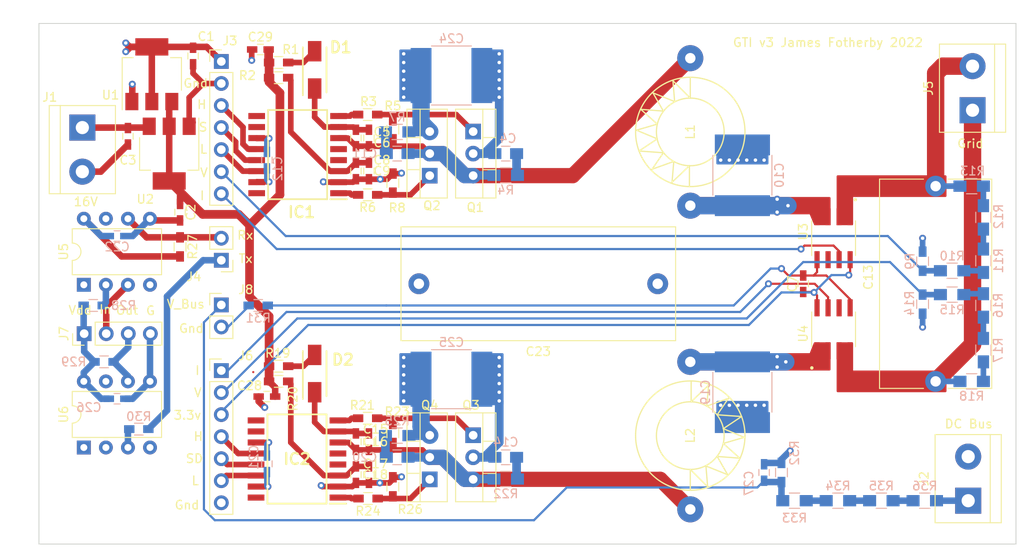
<source format=kicad_pcb>
(kicad_pcb (version 20211014) (generator pcbnew)
  (layers (0 "F.Cu" signal) (1 "In1.Cu" power "GND") (2 "In2.Cu" power "POWER") (31 "B.Cu" signal) (34 "B.Paste" user) (35 "F.Paste" user) (36 "B.SilkS" user "B.Silkscreen") (37 "F.SilkS" user "F.Silkscreen") (38 "B.Mask" user) (39 "F.Mask" user) (44 "Edge.Cuts" user))
  (net 0 "")
  (net 2 "Net-(IC1-Pad14)")
  (net 3 "Net-(IC1-Pad13)")
  (net 4 "Net-(IC1-Pad12)")
  (net 7 "Net-(IC1-Pad8)")
  (net 10 "Net-(IC1-Pad1)")
  (net 12 "Net-(IC2-Pad14)")
  (net 13 "Net-(IC2-Pad13)")
  (net 14 "Net-(IC2-Pad12)")
  (net 17 "Net-(IC2-Pad8)")
  (net 20 "Net-(IC2-Pad1)")
  (net 21 "Net-(Q1-Pad1)")
  (net 22 "Net-(Q2-Pad1)")
  (net 23 "Net-(Q3-Pad1)")
  (net 24 "Net-(Q4-Pad1)")
  (net 25 "Net-(D1-Pad2)")
  (net 26 "Net-(D2-Pad2)")
  (net 27 "VBUS")
  (net 28 "+3V3")
  (net 29 "GNDA")
  (net 30 "Net-(C5-Pad1)")
  (net 31 "GND")
  (net 32 "Net-(C10-Pad1)")
  (net 33 "Net-(C11-Pad2)")
  (net 34 "+12V")
  (net 35 "Net-(R10-Pad1)")
  (net 36 "/V_Sense_A")
  (net 37 "/I_Sense_A")
  (net 38 "/I_Sense_B")
  (net 39 "/V_Sense_B")
  (net 40 "Net-(R11-Pad1)")
  (net 41 "Net-(R12-Pad1)")
  (net 42 "Net-(R15-Pad1)")
  (net 43 "Net-(R16-Pad1)")
  (net 44 "Net-(R17-Pad1)")
  (net 45 "VCC")
  (net 46 "Net-(C4-Pad2)")
  (net 47 "Net-(C11-Pad1)")
  (net 48 "Net-(C8-Pad1)")
  (net 49 "Net-(C13-Pad2)")
  (net 50 "Net-(C13-Pad1)")
  (net 51 "Net-(C14-Pad2)")
  (net 52 "Net-(C15-Pad2)")
  (net 53 "Net-(C15-Pad1)")
  (net 54 "Net-(C17-Pad1)")
  (net 55 "Net-(C19-Pad1)")
  (net 56 "Net-(C20-Pad2)")
  (net 57 "/Ext_Vdd")
  (net 58 "/Ext_Gnd")
  (net 59 "/Tx")
  (net 60 "/Rx")
  (net 61 "/Ext_Tx")
  (net 62 "/Ext_Rx")
  (net 63 "Net-(R28-Pad1)")
  (net 64 "Net-(R30-Pad2)")
  (net 71 "/VBUS_Sense")
  (net 72 "Net-(R33-Pad1)")
  (net 73 "Net-(R34-Pad1)")
  (net 74 "Net-(R35-Pad1)")
  (footprint "ACS722LLCTR-05AB-T:SOIC127P600X175-8N" (layer "F.Cu") (at 191.5 84.75 -90)
    (fp_text reference "U3")
    (fp_text value "ACS722LLCTR-05AB-T")
  )
  (footprint "DGD2110S16-13:SOIC127P1032X264-16N" (layer "F.Cu") (at 129.786 75.115 180)
    (fp_text reference "IC1")
    (fp_text value "DGD2110S16-13" hide)
  )
  (footprint "TO_SOT_Packages_THT:TO-220-3_Vertical" (layer "F.Cu") (at 150 72.46 -90)
    (fp_text reference "Q1")
    (fp_text value "STF35N60DM2")
  )
  (footprint "TO_SOT_Packages_THT:TO-220-3_Vertical" (layer "F.Cu") (at 145 77.54 90)
    (fp_text reference "Q2")
    (fp_text value "STF35N60DM2")
  )
  (footprint "TO_SOT_Packages_THT:TO-220-3_Vertical" (layer "F.Cu") (at 150 107.46 -90)
    (fp_text reference "Q3")
    (fp_text value "STF35N60DM2")
  )
  (footprint "ES1J:DIOM5227X250N" (layer "F.Cu") (at 131.75 65.35 90)
    (fp_text reference "D1")
    (fp_text value "ES1J" hide)
  )
  (footprint "ES1J:DIOM5227X250N" (layer "F.Cu") (at 131.75 100.35 90)
    (fp_text reference "D2")
    (fp_text value "ES1J" hide)
  )
  (footprint "Capacitors_SMD:C_0603_HandSoldering" (layer "F.Cu") (at 136.5 73.2 -90)
    (fp_text reference "C5")
    (fp_text value "100nF")
  )
  (footprint "Capacitors_SMD:C_0603_HandSoldering" (layer "F.Cu") (at 138 73.2 -90)
    (fp_text reference "C6")
    (fp_text value "2.2uF")
  )
  (footprint "Capacitors_SMD:C_0603_HandSoldering" (layer "F.Cu") (at 188 90 90)
    (fp_text reference "C7")
    (fp_text value "100nF")
  )
  (footprint "Capacitors_SMD:C_0603_HandSoldering" (layer "F.Cu") (at 136.5 77 -90)
    (fp_text reference "C8")
    (fp_text value "100nF")
  )
  (footprint "Capacitors_SMD:C_0603_HandSoldering" (layer "F.Cu") (at 138 77 -90)
    (fp_text reference "C9")
    (fp_text value "2.2uF")
  )
  (footprint "Capacitors_ThroughHole:C_Rect_L24.0mm_W12.8mm_P22.50mm_MKT" (layer "F.Cu") (at 203.25 78.75 -90)
    (fp_text reference "C13")
    (fp_text value "2uF")
  )
  (footprint "Capacitors_SMD:C_0603_HandSoldering" (layer "F.Cu") (at 136.5 108.2 -90)
    (fp_text reference "C15")
    (fp_text value "100nF")
  )
  (footprint "Capacitors_SMD:C_0603_HandSoldering" (layer "F.Cu") (at 138 108.2 -90)
    (fp_text reference "C16")
    (fp_text value "2.2uF")
  )
  (footprint "Capacitors_SMD:C_0603_HandSoldering" (layer "F.Cu") (at 136.5 112 -90)
    (fp_text reference "C17")
    (fp_text value "100nF")
  )
  (footprint "Capacitors_SMD:C_0603_HandSoldering" (layer "F.Cu") (at 138 112 -90)
    (fp_text reference "C18")
    (fp_text value "2.2uF")
  )
  (footprint "Capacitors_ThroughHole:C_Rect_L31.5mm_W13.0mm_P27.50mm_MKS4" (layer "F.Cu") (at 171.25 90 180)
    (fp_text reference "C23")
    (fp_text value "10uF")
  )
  (footprint "Choke_Toroid_ThroughHole:Choke_Toroid_horizontal_Diameter12-5mm_Amidon-T44" (layer "F.Cu") (at 175 72.5 -90)
    (fp_text reference "L1")
    (fp_text value "L")
  )
  (footprint "Choke_Toroid_ThroughHole:Choke_Toroid_horizontal_Diameter12-5mm_Amidon-T44" (layer "F.Cu") (at 175 107.5 90)
    (fp_text reference "L2")
    (fp_text value "L")
  )
  (footprint "Resistors_SMD:R_0603_HandSoldering" (layer "F.Cu") (at 127.6 64.5 180)
    (fp_text reference "R1")
    (fp_text value "2.2R")
  )
  (footprint "Resistors_SMD:R_0603_HandSoldering" (layer "F.Cu") (at 127.6 66.25 180)
    (fp_text reference "R2")
    (fp_text value "2.2R")
  )
  (footprint "Resistors_SMD:R_0603_HandSoldering" (layer "F.Cu") (at 137.85 70.5 180)
    (fp_text reference "R3")
    (fp_text value "4.7R")
  )
  (footprint "Resistors_SMD:R_0603_HandSoldering" (layer "F.Cu") (at 140.75 72.25 -90)
    (fp_text reference "R5")
    (fp_text value "10K")
  )
  (footprint "Resistors_SMD:R_0603_HandSoldering" (layer "F.Cu") (at 137.85 79.75 180)
    (fp_text reference "R6")
    (fp_text value "4.7R")
  )
  (footprint "Resistors_SMD:R_0603_HandSoldering" (layer "F.Cu") (at 140.75 78.4 90)
    (fp_text reference "R8")
    (fp_text value "10K")
  )
  (footprint "Resistors_SMD:R_0603_HandSoldering" (layer "F.Cu") (at 127.6 99.5 180)
    (fp_text reference "R19")
    (fp_text value "2.2R")
  )
  (footprint "Resistors_SMD:R_0603_HandSoldering" (layer "F.Cu") (at 127.6 101.25 180)
    (fp_text reference "R20")
    (fp_text value "2.2R")
  )
  (footprint "Resistors_SMD:R_0603_HandSoldering" (layer "F.Cu") (at 137.85 105.5 180)
    (fp_text reference "R21")
    (fp_text value "4.7R")
  )
  (footprint "Resistors_SMD:R_0603_HandSoldering" (layer "F.Cu") (at 140.75 107.25 -90)
    (fp_text reference "R23")
    (fp_text value "10K")
  )
  (footprint "Resistors_SMD:R_0603_HandSoldering" (layer "F.Cu") (at 137.9 114.75 180)
    (fp_text reference "R24")
    (fp_text value "4.7R")
  )
  (footprint "Resistors_SMD:R_0603_HandSoldering" (layer "F.Cu") (at 140.75 113.4 90)
    (fp_text reference "R26")
    (fp_text value "10K")
  )
  (footprint "ACS722LLCTR-05AB-T:SOIC127P600X175-8N" (layer "F.Cu") (at 191.5 95.25 90)
    (fp_text reference "U4")
    (fp_text value "ACS722LLCTR-05AB-T")
  )
  (footprint "TO_SOT_Packages_THT:TO-220-3_Vertical" (layer "F.Cu") (at 145 112.54 90)
    (fp_text reference "Q4")
    (fp_text value "STF35N60DM2")
  )
  (footprint "DGD2110S16-13:SOIC127P1032X264-16N" (layer "F.Cu") (at 129.714 110.195 180)
    (fp_text reference "IC2")
    (fp_text value "DGD2110S16-13" hide)
  )
  (footprint "Socket_Strips:Socket_Strip_Straight_1x07_Pitch2.54mm" (layer "F.Cu") (at 121 64.38)
    (fp_text reference "J3")
    (fp_text value "Conn_01x07_Male")
  )
  (footprint "Socket_Strips:Socket_Strip_Straight_1x07_Pitch2.54mm" (layer "F.Cu") (at 121 100)
    (fp_text reference "J6")
    (fp_text value "Conn_01x07_Male")
  )
  (footprint "Capacitors_SMD:C_0603_HandSoldering" (layer "F.Cu") (at 116.25 81.75 -90)
    (fp_text reference "C2")
    (fp_text value "10uF")
  )
  (footprint "Capacitors_SMD:C_0603_HandSoldering" (layer "F.Cu") (at 110.25 73 -90)
    (fp_text reference "C3")
    (fp_text value "10uF")
  )
  (footprint "Terminal_Blocks:TerminalBlock_bornier-2_P5.08mm" (layer "F.Cu") (at 207 115 90)
    (fp_text reference "J2")
    (fp_text value "Screw_Terminal_01x02")
  )
  (footprint "Socket_Strips:Socket_Strip_Straight_1x02_Pitch2.54mm" (layer "F.Cu") (at 121 87.29 180)
    (fp_text reference "J4")
    (fp_text value "Conn_01x02_Male")
  )
  (footprint "Terminal_Blocks:TerminalBlock_bornier-2_P5.08mm" (layer "F.Cu") (at 207.5 70 90)
    (fp_text reference "J5")
    (fp_text value "Screw_Terminal_01x02")
  )
  (footprint "Socket_Strips:Socket_Strip_Straight_1x04_Pitch2.54mm" (layer "F.Cu") (at 105.21 95.75 90)
    (fp_text reference "J7")
    (fp_text value "Conn_01x04_Male")
  )
  (footprint "Resistors_SMD:R_0603_HandSoldering" (layer "F.Cu") (at 116.25 85.75 -90)
    (fp_text reference "R27")
    (fp_text value "470R")
  )
  (footprint "TO_SOT_Packages_SMD:SOT-223-3_TabPin2" (layer "F.Cu") (at 113 65.85 90)
    (fp_text reference "U1")
    (fp_text value "NCP1117-3.3_SOT223")
  )
  (footprint "TO_SOT_Packages_SMD:SOT-223-3_TabPin2" (layer "F.Cu") (at 115 75 -90)
    (fp_text reference "U2")
    (fp_text value "NCP1117-12_SOT223")
  )
  (footprint "Housings_DIP:DIP-8_W7.62mm" (layer "F.Cu") (at 105.17 108.87 90)
    (fp_text reference "U6")
    (fp_text value "6N137")
  )
  (footprint "Terminal_Blocks:TerminalBlock_bornier-2_P5.08mm" (layer "F.Cu") (at 105 72 -90)
    (fp_text reference "J1")
    (fp_text value "Screw_Terminal_01x02")
  )
  (footprint "Housings_DIP:DIP-8_W7.62mm" (layer "F.Cu") (at 105.17 90.12 90)
    (fp_text reference "U5")
    (fp_text value "6N137")
  )
  (footprint "Capacitors_SMD:C_0603_HandSoldering" (layer "F.Cu") (at 117.75 63.75 -90)
    (fp_text reference "C1")
    (fp_text value "10uF")
  )
  (footprint "Mounting_Holes:MountingHole_3.2mm_M3" (layer "F.Cu") (at 198 108)
    (fp_text reference "REF**" hide)
    (fp_text value "MountingHole_3.2mm_M3")
  )
  (footprint "Mounting_Holes:MountingHole_3.2mm_M3" (layer "F.Cu") (at 105 115)
    (fp_text reference "REF**" hide)
    (fp_text value "MountingHole_3.2mm_M3")
  )
  (footprint "Socket_Strips:Socket_Strip_Straight_1x02_Pitch2.54mm" (layer "F.Cu") (at 121 92.44)
    (fp_text reference "J8")
    (fp_text value "Conn_01x02_Male")
  )
  (footprint "Capacitors_SMD:C_0603_HandSoldering" (layer "F.Cu") (at 126.25 103 180)
    (fp_text reference "C28")
    (fp_text value "100nF")
  )
  (footprint "Capacitors_SMD:C_0603_HandSoldering" (layer "F.Cu") (at 125.5 63 180)
    (fp_text reference "C29")
    (fp_text value "100nF")
  )
  (footprint "Mounting_Holes:MountingHole_3.2mm_M3" (layer "F.Cu") (at 198 72)
    (fp_text reference "REF**" hide)
    (fp_text value "MountingHole_3.2mm_M3")
  )
  (footprint "Mounting_Holes:MountingHole_3.2mm_M3" (layer "F.Cu") (at 105 65)
    (fp_text reference "REF**" hide)
    (fp_text value "MountingHole_3.2mm_M3")
  )
  (footprint "Capacitors_SMD:C_0805_HandSoldering" (layer "B.Cu") (at 153.75 75)
    (fp_text reference "C4")
    (fp_text value "22pF")
  )
  (footprint "Capacitors_SMD:C_0805_HandSoldering" (layer "B.Cu") (at 141.25 75 180)
    (fp_text reference "C11")
    (fp_text value "22pF")
  )
  (footprint "Capacitors_SMD:C_0603_HandSoldering" (layer "B.Cu") (at 126.25 75.75 -90)
    (fp_text reference "C12")
    (fp_text value "100nF")
  )
  (footprint "Capacitors_SMD:C_0805_HandSoldering" (layer "B.Cu") (at 153.75 110)
    (fp_text reference "C14")
    (fp_text value "22pF")
  )
  (footprint "Capacitors_SMD:C_2225_HandSoldering" (layer "B.Cu") (at 181 102.5 -90)
    (fp_text reference "C19")
    (fp_text value "C")
  )
  (footprint "Capacitors_SMD:C_0805_HandSoldering" (layer "B.Cu") (at 141.25 110 180)
    (fp_text reference "C20")
    (fp_text value "22pF")
  )
  (footprint "Capacitors_SMD:C_0603_HandSoldering" (layer "B.Cu") (at 126.25 110.75 -90)
    (fp_text reference "C21")
    (fp_text value "100nF")
  )
  (footprint "Capacitors_SMD:C_2225_HandSoldering" (layer "B.Cu") (at 147.5 66 180)
    (fp_text reference "C24")
    (fp_text value "0.47uF")
  )
  (footprint "Capacitors_SMD:C_2225_HandSoldering" (layer "B.Cu") (at 147.5 101 180)
    (fp_text reference "C25")
    (fp_text value "0.47uF")
  )
  (footprint "Resistors_SMD:R_0805_HandSoldering" (layer "B.Cu") (at 153.75 77.5)
    (fp_text reference "R4")
    (fp_text value "15R")
  )
  (footprint "Resistors_SMD:R_0805_HandSoldering" (layer "B.Cu") (at 141.25 72.5 180)
    (fp_text reference "R7")
    (fp_text value "15R")
  )
  (footprint "Resistors_SMD:R_0603_HandSoldering" (layer "B.Cu") (at 201.75 87.4 -90)
    (fp_text reference "R9")
    (fp_text value "2.2K")
  )
  (footprint "Resistors_SMD:R_0603_HandSoldering" (layer "B.Cu") (at 201.75 92.35 90)
    (fp_text reference "R14")
    (fp_text value "2.2K")
  )
  (footprint "Resistors_SMD:R_0805_HandSoldering" (layer "B.Cu") (at 153.75 112.5)
    (fp_text reference "R22")
    (fp_text value "15R")
  )
  (footprint "Resistors_SMD:R_0805_HandSoldering" (layer "B.Cu") (at 141.25 107.5 180)
    (fp_text reference "R25")
    (fp_text value "15R")
  )
  (footprint "Capacitors_SMD:C_2225_HandSoldering" (layer "B.Cu") (at 181 77.5 90)
    (fp_text reference "C10")
    (fp_text value "C")
  )
  (footprint "Resistors_SMD:R_0805_HandSoldering" (layer "B.Cu") (at 205.15 88.5 180)
    (fp_text reference "R10")
    (fp_text value "100K")
  )
  (footprint "Resistors_SMD:R_0805_HandSoldering" (layer "B.Cu") (at 208.75 87.35 -90)
    (fp_text reference "R11")
    (fp_text value "100K")
  )
  (footprint "Resistors_SMD:R_0805_HandSoldering" (layer "B.Cu") (at 207.4 78.75)
    (fp_text reference "R13")
    (fp_text value "100K")
  )
  (footprint "Resistors_SMD:R_0805_HandSoldering" (layer "B.Cu") (at 205.15 91.25 180)
    (fp_text reference "R15")
    (fp_text value "100K")
  )
  (footprint "Resistors_SMD:R_0805_HandSoldering" (layer "B.Cu") (at 208.75 92.5 90)
    (fp_text reference "R16")
    (fp_text value "100K")
  )
  (footprint "Resistors_SMD:R_0805_HandSoldering" (layer "B.Cu") (at 208.75 97.65 90)
    (fp_text reference "R17")
    (fp_text value "100K")
  )
  (footprint "Resistors_SMD:R_0805_HandSoldering" (layer "B.Cu") (at 207.4 101.25)
    (fp_text reference "R18")
    (fp_text value "100K")
  )
  (footprint "Capacitors_SMD:C_0603_HandSoldering" (layer "B.Cu") (at 109 84.5)
    (fp_text reference "C22")
    (fp_text value "100nF")
  )
  (footprint "Capacitors_SMD:C_0603_HandSoldering" (layer "B.Cu") (at 109 103.25)
    (fp_text reference "C26")
    (fp_text value "100nF")
  )
  (footprint "Resistors_SMD:R_0603_HandSoldering" (layer "B.Cu") (at 106.25 92.5 180)
    (fp_text reference "R28")
    (fp_text value "330R")
  )
  (footprint "Resistors_SMD:R_0603_HandSoldering" (layer "B.Cu") (at 107.5 99 180)
    (fp_text reference "R29")
    (fp_text value "470R")
  )
  (footprint "Resistors_SMD:R_0603_HandSoldering" (layer "B.Cu") (at 111.5 106.75 180)
    (fp_text reference "R30")
    (fp_text value "330R")
  )
  (footprint "Resistors_SMD:R_0805_HandSoldering" (layer "B.Cu") (at 208.75 82.35 -90)
    (fp_text reference "R12")
    (fp_text value "100K")
  )
  (footprint "Capacitors_SMD:C_0603_HandSoldering" (layer "B.Cu") (at 183.5 111.75 90)
    (fp_text reference "C27")
    (fp_text value "10nF")
  )
  (footprint "Resistors_SMD:R_0603_HandSoldering" (layer "B.Cu") (at 185.5 111.75 -90)
    (fp_text reference "R32")
    (fp_text value "2.2K")
  )
  (footprint "Resistors_SMD:R_0805_HandSoldering" (layer "B.Cu") (at 187 115 180)
    (fp_text reference "R33")
    (fp_text value "100K")
  )
  (footprint "Resistors_SMD:R_0805_HandSoldering" (layer "B.Cu") (at 192 115 180)
    (fp_text reference "R34")
    (fp_text value "100K")
  )
  (footprint "Resistors_SMD:R_0805_HandSoldering" (layer "B.Cu") (at 197 115 180)
    (fp_text reference "R35")
    (fp_text value "100K")
  )
  (footprint "Resistors_SMD:R_0805_HandSoldering" (layer "B.Cu") (at 202 115 180)
    (fp_text reference "R36")
    (fp_text value "100K")
  )
  (footprint "Resistors_SMD:R_0603_HandSoldering" (layer "B.Cu") (at 125.25 92.5)
    (fp_text reference "R31")
    (fp_text value "0R")
  )
  (gr_line (start 100 60) (end 212.5 60) (layer "Edge.Cuts") (width 0.1))
  (gr_line (start 100 120) (end 100 60) (layer "Edge.Cuts") (width 0.1))
  (gr_line (start 212.5 60) (end 212.5 120) (layer "Edge.Cuts") (width 0.1))
  (gr_line (start 212.5 120) (end 100 120) (layer "Edge.Cuts") (width 0.1))
  (gr_text "L" (at 118.95 74.5) (layer "F.SilkS") (effects (font (size 1 1))))
  (gr_text "Out" (at 110.15 93.05) (layer "F.SilkS") (effects (font (size 1 1))))
  (gr_text "I" (at 118.8 79.85) (layer "F.SilkS") (effects (font (size 1 1))))
  (gr_text "S" (at 118.9 71.95) (layer "F.SilkS") (effects (font (size 1 1))))
  (gr_text "Tx" (at 123.8 87.1) (layer "F.SilkS") (effects (font (size 1 1))))
  (gr_text "G" (at 112.85 93.1) (layer "F.SilkS") (effects (font (size 1 1))))
  (gr_text "V" (at 119 77.2) (layer "F.SilkS") (effects (font (size 1 1))))
  (gr_text "In" (at 107.65 92.95) (layer "F.SilkS") (effects (font (size 1 1))))
  (gr_text "Grid" (at 207.25 73.85) (layer "F.SilkS") (effects (font (size 1 1))))
  (gr_text "Gnd" (at 117.05 115.5) (layer "F.SilkS") (effects (font (size 1 1))))
  (gr_text "DC Bus" (at 207.05 106.15) (layer "F.SilkS") (effects (font (size 1 1))))
  (gr_text "Gnd" (at 117.55 95.15) (layer "F.SilkS") (effects (font (size 1 1))))
  (gr_text "GTI v3 James Fotherby 2022" (at 190.85 62.2) (layer "F.SilkS") (effects (font (size 1 1))))
  (gr_text "16V" (at 105.4 80.55) (layer "F.SilkS") (effects (font (size 1 1))))
  (gr_text "Gnd" (at 118.05 66.9) (layer "F.SilkS") (effects (font (size 1 1))))
  (gr_text "H" (at 118.75 69.35) (layer "F.SilkS") (effects (font (size 1 1))))
  (gr_text "H" (at 118.35 107.6) (layer "F.SilkS") (effects (font (size 1 1))))
  (gr_text "I" (at 118.25 100) (layer "F.SilkS") (effects (font (size 1 1))))
  (gr_text "Rx" (at 123.75 84.4) (layer "F.SilkS") (effects (font (size 1 1))))
  (gr_text "L" (at 118 112.7) (layer "F.SilkS") (effects (font (size 1 1))))
  (gr_text "SD" (at 117.9 110.15) (layer "F.SilkS") (effects (font (size 1 1))))
  (gr_text "3.3v" (at 117.1 105.15) (layer "F.SilkS") (effects (font (size 1 1))))
  (gr_text "Vdd" (at 104.75 93.05) (layer "F.SilkS") (effects (font (size 1 1))))
  (gr_text "V" (at 118.3 102.55) (layer "F.SilkS") (effects (font (size 1 1))))
  (gr_text "V_Bus" (at 116.9 92.35) (layer "F.SilkS") (effects (font (size 1 1))))
  (segment (start 125.072 77.02) (end 123.48 77.02) (width 0.65) (layer "F.Cu") (net 2))
  (segment (start 123.48 77.02) (end 121 74.54) (width 0.65) (layer "F.Cu") (net 2))
  (segment (start 123.75 75.75) (end 122.64999 74.64999) (width 0.65) (layer "F.Cu") (net 3))
  (segment (start 125.072 75.75) (end 123.75 75.75) (width 0.65) (layer "F.Cu") (net 3))
  (segment (start 122.64999 73.64999) (end 121 72) (width 0.65) (layer "F.Cu") (net 3))
  (segment (start 122.64999 74.64999) (end 122.64999 73.64999) (width 0.65) (layer "F.Cu") (net 3))
  (segment (start 125.072 74.48) (end 124.085998 74.48) (width 0.65) (layer "F.Cu") (net 4))
  (segment (start 124.445998 74.48) (end 125.072 74.48) (width 0.25) (layer "F.Cu") (net 4))
  (segment (start 123.5 71.96) (end 121 69.46) (width 0.65) (layer "F.Cu") (net 4))
  (segment (start 124.085998 74.48) (end 123.5 73.894002) (width 0.65) (layer "F.Cu") (net 4))
  (segment (start 123.5 73.894002) (end 123.5 71.96) (width 0.65) (layer "F.Cu") (net 4))
  (segment (start 134.5 70.67) (end 135.83 70.67) (width 0.65) (layer "F.Cu") (net 7))
  (segment (start 135.83 70.67) (end 136 70.5) (width 0.65) (layer "F.Cu") (net 7))
  (segment (start 136 70.5) (end 136.75 70.5) (width 0.65) (layer "F.Cu") (net 7))
  (segment (start 134.5 79.56) (end 135.81 79.56) (width 0.65) (layer "F.Cu") (net 10))
  (segment (start 136 79.75) (end 136.75 79.75) (width 0.65) (layer "F.Cu") (net 10))
  (segment (start 135.81 79.56) (end 136 79.75) (width 0.65) (layer "F.Cu") (net 10))
  (segment (start 121.6 112.1) (end 121 112.7) (width 0.65) (layer "F.Cu") (net 12))
  (segment (start 125 112.1) (end 121.6 112.1) (width 0.65) (layer "F.Cu") (net 12))
  (segment (start 125 110.83) (end 121.67 110.83) (width 0.65) (layer "F.Cu") (net 13))
  (segment (start 121.67 110.83) (end 121 110.16) (width 0.65) (layer "F.Cu") (net 13))
  (segment (start 125 109.56) (end 122.94 109.56) (width 0.65) (layer "F.Cu") (net 14))
  (segment (start 122.94 109.56) (end 121 107.62) (width 0.65) (layer "F.Cu") (net 14))
  (segment (start 135.75 105.75) (end 136 105.5) (width 0.65) (layer "F.Cu") (net 17))
  (segment (start 136 105.5) (end 136.75 105.5) (width 0.65) (layer "F.Cu") (net 17))
  (segment (start 134.428 105.75) (end 135.75 105.75) (width 0.65) (layer "F.Cu") (net 17))
  (segment (start 135.89 114.64) (end 136 114.75) (width 0.65) (layer "F.Cu") (net 20))
  (segment (start 134.428 114.64) (end 135.89 114.64) (width 0.65) (layer "F.Cu") (net 20))
  (segment (start 136 114.75) (end 136.8 114.75) (width 0.65) (layer "F.Cu") (net 20))
  (segment (start 138.95 70.5) (end 140.5 70.5) (width 0.65) (layer "F.Cu") (net 21))
  (segment (start 148.04 70.5) (end 150 72.46) (width 0.65) (layer "F.Cu") (net 21))
  (segment (start 140.75 70.75) (end 140.5 70.5) (width 0.65) (layer "F.Cu") (net 21))
  (segment (start 140.75 71.15) (end 140.75 70.75) (width 0.65) (layer "F.Cu") (net 21))
  (segment (start 140.5 70.5) (end 148.04 70.5) (width 0.65) (layer "F.Cu") (net 21))
  (segment (start 138.95 79.75) (end 142.79 79.75) (width 0.65) (layer "F.Cu") (net 22))
  (segment (start 142.79 79.75) (end 145 77.54) (width 0.65) (layer "F.Cu") (net 22))
  (segment (start 140.75 106.15) (end 140.75 105.5) (width 0.65) (layer "F.Cu") (net 23))
  (segment (start 150 107.46) (end 148.04 105.5) (width 0.65) (layer "F.Cu") (net 23))
  (segment (start 138.95 105.5) (end 140.75 105.5) (width 0.65) (layer "F.Cu") (net 23))
  (segment (start 148.04 105.5) (end 140.75 105.5) (width 0.65) (layer "F.Cu") (net 23))
  (segment (start 142.79 114.75) (end 145 112.54) (width 0.65) (layer "F.Cu") (net 24))
  (segment (start 140.75 114.75) (end 142.79 114.75) (width 0.65) (layer "F.Cu") (net 24))
  (segment (start 139 114.75) (end 140.75 114.75) (width 0.65) (layer "F.Cu") (net 24))
  (segment (start 128.7 64.5) (end 130.45 64.5) (width 0.65) (layer "F.Cu") (net 25))
  (segment (start 130.45 64.5) (end 131.75 63.2) (width 0.65) (layer "F.Cu") (net 25))
  (segment (start 130.45 99.5) (end 131.75 98.2) (width 0.65) (layer "F.Cu") (net 26))
  (segment (start 128.7 99.5) (end 130.45 99.5) (width 0.65) (layer "F.Cu") (net 26))
  (via (at 153 67.5) (size 0.8) (drill 0.4) (layers "F.Cu" "B.Cu") (net 27))
  (via (at 153 99.5) (size 0.8) (drill 0.4) (layers "F.Cu" "B.Cu") (net 27))
  (via (at 153 101.5) (size 0.8) (drill 0.4) (layers "F.Cu" "B.Cu") (net 27))
  (via (at 153 103.5) (size 0.8) (drill 0.4) (layers "F.Cu" "B.Cu") (net 27))
  (via (at 153 64.5) (size 0.8) (drill 0.4) (layers "F.Cu" "B.Cu") (net 27))
  (via (at 153 68.5) (size 0.8) (drill 0.4) (layers "F.Cu" "B.Cu") (net 27))
  (via (at 153 98.5) (size 0.8) (drill 0.4) (layers "F.Cu" "B.Cu") (net 27))
  (via (at 153 65.5) (size 0.8) (drill 0.4) (layers "F.Cu" "B.Cu") (net 27))
  (via (at 153 102.5) (size 0.8) (drill 0.4) (layers "F.Cu" "B.Cu") (net 27))
  (via (at 153 100.5) (size 0.8) (drill 0.4) (layers "F.Cu" "B.Cu") (net 27))
  (via (at 153 66.5) (size 0.8) (drill 0.4) (layers "F.Cu" "B.Cu") (net 27))
  (via (at 153 63.5) (size 0.8) (drill 0.4) (layers "F.Cu" "B.Cu") (net 27))
  (segment (start 153 108.272792) (end 153 103.5) (width 1) (layer "B.Cu") (net 27))
  (segment (start 150 75) (end 151.272792 75) (width 1) (layer "B.Cu") (net 27))
  (segment (start 207 115) (end 203.35 115) (width 0.75) (layer "B.Cu") (net 27))
  (segment (start 151.272792 75) (end 153 73.272792) (width 1) (layer "B.Cu") (net 27))
  (segment (start 150 110) (end 152.5 110) (width 1) (layer "B.Cu") (net 27))
  (segment (start 150 110) (end 151.272792 110) (width 1) (layer "B.Cu") (net 27))
  (segment (start 152.5 75) (end 150 75) (width 1) (layer "B.Cu") (net 27))
  (segment (start 153 73.272792) (end 153 68.5) (width 1) (layer "B.Cu") (net 27))
  (segment (start 151.272792 110) (end 153 108.272792) (width 1) (layer "B.Cu") (net 27))
  (segment (start 189.25 91) (end 189.2 90.95) (width 0.25) (layer "F.Cu") (net 28))
  (segment (start 188 90.95) (end 187.7 90.95) (width 0.25) (layer "F.Cu") (net 28))
  (segment (start 110.55 62.7) (end 110 63.25) (width 0.75) (layer "F.Cu") (net 28))
  (segment (start 113 62.7) (end 119.32 62.7) (width 0.75) (layer "F.Cu") (net 28))
  (segment (start 189.2 90.95) (end 188 90.95) (width 0.25) (layer "F.Cu") (net 28))
  (segment (start 124.445998 73.21) (end 125.072 73.21) (width 0.25) (layer "F.Cu") (net 28))
  (segment (start 110.45 62.7) (end 110 62.25) (width 0.75) (layer "F.Cu") (net 28))
  (segment (start 189.595 91.345) (end 189.25 91) (width 0.25) (layer "F.Cu") (net 28))
  (segment (start 126.5 73.25) (end 125.112 73.25) (width 0.65) (layer "F.Cu") (net 28))
  (segment (start 113 62.7) (end 110.45 62.7) (width 0.75) (layer "F.Cu") (net 28))
  (segment (start 119.32 62.7) (end 121 64.38) (width 0.75) (layer "F.Cu") (net 28))
  (segment (start 193.405 87.225) (end 193.405 88.845) (width 0.25) (layer "F.Cu") (net 28))
  (segment (start 125.000012 108.289988) (end 125.894327 108.289988) (width 0.65) (layer "F.Cu") (net 28))
  (segment (start 113 69) (end 113 62.7) (width 0.75) (layer "F.Cu") (net 28))
  (segment (start 113 62.7) (end 110.55 62.7) (width 0.75) (layer "F.Cu") (net 28))
  (segment (start 116.25 86.85) (end 109.52 86.85) (width 0.75) (layer "F.Cu") (net 28))
  (segment (start 109.52 86.85) (end 105.17 82.5) (width 0.75) (layer "F.Cu") (net 28))
  (segment (start 125.894327 108.289988) (end 126.460012 108.289988) (width 0.65) (layer "F.Cu") (net 28))
  (segment (start 193.405 88.845) (end 193.25 89) (width 0.25) (layer "F.Cu") (net 28))
  (segment (start 189.595 92.775) (end 189.595 91.345) (width 0.25) (layer "F.Cu") (net 28))
  (segment (start 125.112 73.25) (end 125.072 73.21) (width 0.65) (layer "F.Cu") (net 28))
  (segment (start 112.7 63) (end 113 62.7) (width 0.75) (layer "F.Cu") (net 28))
  (segment (start 125 108.29) (end 125.000012 108.289988) (width 0.65) (layer "F.Cu") (net 28))
  (via (at 126.5 73.25) (size 0.8) (drill 0.4) (layers "F.Cu" "B.Cu") (net 28))
  (via (at 110 63.25) (size 0.8) (drill 0.4) (layers "F.Cu" "B.Cu") (net 28))
  (via (at 193.25 89) (size 0.8) (drill 0.4) (layers "F.Cu" "B.Cu") (net 28))
  (via (at 189.25 91) (size 0.8) (drill 0.4) (layers "F.Cu" "B.Cu") (net 28))
  (via (at 126.460012 108.289988) (size 0.8) (drill 0.4) (layers "F.Cu" "B.Cu") (net 28))
  (via (at 110 62.25) (size 0.8) (drill 0.4) (layers "F.Cu" "B.Cu") (net 28))
  (segment (start 189.25 91) (end 185.5 91) (width 0.25) (layer "B.Cu") (net 28))
  (segment (start 185.5 91) (end 181.75 94.75) (width 0.25) (layer "B.Cu") (net 28))
  (segment (start 126.25 74.8) (end 126.25 73.5) (width 0.65) (layer "B.Cu") (net 28))
  (segment (start 131 94.75) (end 121 104.75) (width 0.25) (layer "B.Cu") (net 28))
  (segment (start 108.05 84.5) (end 107.17 84.5) (width 0.75) (layer "B.Cu") (net 28))
  (segment (start 126.25 73.5) (end 126.5 73.25) (width 0.65) (layer "B.Cu") (net 28))
  (segment (start 181.75 94.75) (end 131 94.75) (width 0.25) (layer "B.Cu") (net 28))
  (segment (start 191.25 89) (end 189.25 91) (width 0.25) (layer "B.Cu") (net 28))
  (segment (start 193.25 89) (end 191.25 89) (width 0.25) (layer "B.Cu") (net 28))
  (segment (start 121 104.75) (end 121 105.08) (width 0.25) (layer "B.Cu") (net 28))
  (segment (start 107.17 84.5) (end 105.17 82.5) (width 0.75) (layer "B.Cu") (net 28))
  (segment (start 126.25 109.8) (end 126.25 108.5) (width 0.65) (layer "B.Cu") (net 28))
  (segment (start 126.25 108.5) (end 126.460012 108.289988) (width 0.65) (layer "B.Cu") (net 28))
  (segment (start 186.3 89.05) (end 185.5 88.25) (width 0.25) (layer "F.Cu") (net 29))
  (segment (start 189.595 88.655) (end 189.595 87.225) (width 0.25) (layer "F.Cu") (net 29))
  (segment (start 124.68 100.18) (end 124.680004 100.180004) (width 0.25) (layer "F.Cu") (net 29))
  (segment (start 193.405 91.79) (end 193.405 92.775) (width 0.25) (layer "F.Cu") (net 29))
  (segment (start 189.2 89.05) (end 189.595 88.655) (width 0.25) (layer "F.Cu") (net 29))
  (segment (start 189.2 89.05) (end 190.665 89.05) (width 0.25) (layer "F.Cu") (net 29))
  (segment (start 188 89.05) (end 189.2 89.05) (width 0.25) (layer "F.Cu") (net 29))
  (segment (start 188 89.05) (end 186.3 89.05) (width 0.25) (layer "F.Cu") (net 29))
  (segment (start 190.665 89.05) (end 193.405 91.79) (width 0.25) (layer "F.Cu") (net 29))
  (via (at 185.5 88.25) (size 0.8) (drill 0.4) (layers "F.Cu" "B.Cu") (net 29))
  (segment (start 185.5 88.25) (end 184.25 88.25) (width 0.25) (layer "B.Cu") (net 29))
  (segment (start 180 92.5) (end 140 92.5) (width 0.25) (layer "B.Cu") (net 29))
  (segment (start 140 92.5) (end 126.35 92.5) (width 0.25) (layer "B.Cu") (net 29))
  (segment (start 184.25 88.25) (end 180 92.5) (width 0.25) (layer "B.Cu") (net 29))
  (segment (start 131.75 67.5) (end 131.75 70.801) (width 0.65) (layer "F.Cu") (net 30))
  (segment (start 136.19 71.94) (end 136.5 72.25) (width 0.65) (layer "F.Cu") (net 30))
  (segment (start 134.5 71.94) (end 136.19 71.94) (width 0.65) (layer "F.Cu") (net 30))
  (segment (start 138 72.25) (end 136.5 72.25) (width 0.65) (layer "F.Cu") (net 30))
  (segment (start 131.75 70.801) (end 132.889 71.94) (width 0.65) (layer "F.Cu") (net 30))
  (segment (start 132.889 71.94) (end 134.5 71.94) (width 0.65) (layer "F.Cu") (net 30))
  (segment (start 139.05 112.95) (end 140.35 112.95) (width 0.65) (layer "F.Cu") (net 31))
  (segment (start 139.3 77.95) (end 140.1 77.95) (width 0.65) (layer "F.Cu") (net 31))
  (segment (start 132.62 113.37) (end 132.5 113.25) (width 0.65) (layer "F.Cu") (net 31))
  (segment (start 136.08 113.37) (end 136.5 112.95) (width 0.65) (layer "F.Cu") (net 31))
  (segment (start 141.7 112.3) (end 141.75 112.25) (width 0.65) (layer "F.Cu") (net 31))
  (segment (start 138 112.95) (end 139.05 112.95) (width 0.65) (layer "F.Cu") (net 31))
  (segment (start 132.79 78.29) (end 132.75 78.25) (width 0.65) (layer "F.Cu") (net 31))
  (segment (start 117.75 65.75) (end 117.75 64.7) (width 0.65) (layer "F.Cu") (net 31))
  (segment (start 125 113.37) (end 126.370036 113.37) (width 0.65) (layer "F.Cu") (net 31))
  (segment (start 140.1 77.95) (end 140.75 77.3) (width 0.65) (layer "F.Cu") (net 31))
  (segment (start 116.25 82.7) (end 112.99 82.7) (width 0.75) (layer "F.Cu") (net 31))
  (segment (start 140.35 112.95) (end 140.75 112.55) (width 0.65) (layer "F.Cu") (net 31))
  (segment (start 125.3 103.55) (end 126 104.25) (width 0.75) (layer "F.Cu") (net 31))
  (segment (start 125.112 78.25) (end 125.072 78.29) (width 0.65) (layer "F.Cu") (net 31))
  (segment (start 110.75 68.95) (end 110.7 69) (width 0.75) (layer "F.Cu") (net 31))
  (segment (start 136.5 77.95) (end 138 77.95) (width 0.65) (layer "F.Cu") (net 31))
  (segment (start 110.75 67) (end 110.75 68.95) (width 0.75) (layer "F.Cu") (net 31))
  (segment (start 118.92 66.92) (end 117.75 65.75) (width 0.65) (layer "F.Cu") (net 31))
  (segment (start 134.5 78.29) (end 136.16 78.29) (width 0.65) (layer "F.Cu") (net 31))
  (segment (start 136.16 78.29) (end 136.5 77.95) (width 0.65) (layer "F.Cu") (net 31))
  (segment (start 121 66.92) (end 118.92 66.92) (width 0.65) (layer "F.Cu") (net 31))
  (segment (start 124.5 64.25) (end 124.5 62.9912) (width 0.65) (layer "F.Cu") (net 31))
  (segment (start 105 77.08) (end 107.12 77.08) (width 0.75) (layer "F.Cu") (net 31))
  (segment (start 125.3 103) (end 125.3 103.55) (width 0.75) (layer "F.Cu") (net 31))
  (segment (start 112.99 82.7) (end 112.79 82.5) (width 0.75) (layer "F.Cu") (net 31))
  (segment (start 134.428 113.37) (end 132.62 113.37) (width 0.65) (layer "F.Cu") (net 31))
  (segment (start 134.5 78.29) (end 132.79 78.29) (width 0.65) (layer "F.Cu") (net 31))
  (segment (start 117.3 68.54) (end 118.92 66.92) (width 0.65) (layer "F.Cu") (net 31))
  (segment (start 140.75 112.3) (end 141.7 112.3) (width 0.65) (layer "F.Cu") (net 31))
  (segment (start 141.7 77.3) (end 141.75 77.25) (width 0.65) (layer "F.Cu") (net 31))
  (segment (start 126.5 78.25) (end 125.112 78.25) (width 0.65) (layer "F.Cu") (net 31))
  (segment (start 134.428 113.37) (end 136.08 113.37) (width 0.65) (layer "F.Cu") (net 31))
  (segment (start 107.12 77.08) (end 110.25 73.95) (width 0.75) (layer "F.Cu") (net 31))
  (segment (start 136.5 112.95) (end 138 112.95) (width 0.65) (layer "F.Cu") (net 31))
  (segment (start 117.75 71.4) (end 117.3 71.85) (width 0.65) (layer "F.Cu") (net 31))
  (segment (start 117.3 71.85) (end 117.3 68.54) (width 0.65) (layer "F.Cu") (net 31))
  (segment (start 138 77.95) (end 139.3 77.95) (width 0.65) (layer "F.Cu") (net 31))
  (segment (start 140.75 77.3) (end 141.7 77.3) (width 0.65) (layer "F.Cu") (net 31))
  (via (at 132.75 78.25) (size 0.8) (drill 0.4) (layers "F.Cu" "B.Cu") (net 31))
  (via (at 179.5 75.75) (size 0.8) (drill 0.4) (layers "F.Cu" "B.Cu") (net 31))
  (via (at 201.75 84.75) (size 0.8) (drill 0.4) (layers "F.Cu" "B.Cu") (net 31))
  (via (at 141.75 77.25) (size 0.8) (drill 0.4) (layers "F.Cu" "B.Cu") (net 31))
  (via (at 142 68.5) (size 0.8) (drill 0.4) (layers "F.Cu" "B.Cu") (net 31))
  (via (at 201.75 95) (size 0.8) (drill 0.4) (layers "F.Cu" "B.Cu") (net 31))
  (via (at 124.5 64.25) (size 0.8) (drill 0.4) (layers "F.Cu" "B.Cu") (net 31))
  (via (at 126.5 78.25) (size 0.8) (drill 0.4) (layers "F.Cu" "B.Cu") (net 31))
  (via (at 126 104.25) (size 0.8) (drill 0.4) (layers "F.Cu" "B.Cu") (net 31))
  (via (at 142 66.5) (size 0.8) (drill 0.4) (layers "F.Cu" "B.Cu") (net 31))
  (via (at 142 63.5) (size 0.8) (drill 0.4) (layers "F.Cu" "B.Cu") (net 31))
  (via (at 178.5 75.75) (size 0.8) (drill 0.4) (layers "F.Cu" "B.Cu") (net 31))
  (via (at 182.5 104) (size 0.8) (drill 0.4) (layers "F.Cu" "B.Cu") (net 31))
  (via (at 142 99.5) (size 0.8) (drill 0.4) (layers "F.Cu" "B.Cu") (net 31))
  (via (at 178.5 104) (size 0.8) (drill 0.4) (layers "F.Cu" "B.Cu") (net 31))
  (via (at 186.5 109.25) (size 0.8) (drill 0.4) (layers "F.Cu" "B.Cu") (net 31))
  (via (at 142 67.5) (size 0.8) (drill 0.4) (layers "F.Cu" "B.Cu") (net 31))
  (via (at 180.5 75.75) (size 0.8) (drill 0.4) (layers "F.Cu" "B.Cu") (net 31))
  (via (at 142 103.5) (size 0.8) (drill 0.4) (layers "F.Cu" "B.Cu") (net 31))
  (via (at 142 64.5) (size 0.8) (drill 0.4) (layers "F.Cu" "B.Cu") (net 31))
  (via (at 142 98.5) (size 0.8) (drill 0.4) (layers "F.Cu" "B.Cu") (net 31))
  (via (at 180.5 104) (size 0.8) (drill 0.4) (layers "F.Cu" "B.Cu") (net 31))
  (via (at 181.5 75.75) (size 0.8) (drill 0.4) (layers "F.Cu" "B.Cu") (net 31))
  (via (at 126.370036 113.37) (size 0.8) (drill 0.4) (layers "F.Cu" "B.Cu") (net 31))
  (via (at 142 102.5) (size 0.8) (drill 0.4) (layers "F.Cu" "B.Cu") (net 31))
  (via (at 181.5 104) (size 0.8) (drill 0.4) (layers "F.Cu" "B.Cu") (net 31))
  (via (at 179.5 104) (size 0.8) (drill 0.4) (layers "F.Cu" "B.Cu") (net 31))
  (via (at 139.3 77.95) (size 0.8) (drill 0.4) (layers "F.Cu" "B.Cu") (net 31))
  (via (at 142 65.5) (size 0.8) (drill 0.4) (layers "F.Cu" "B.Cu") (net 31))
  (via (at 110.75 67) (size 0.8) (drill 0.4) (layers "F.Cu" "B.Cu") (net 31))
  (via (at 142 100.5) (size 0.8) (drill 0.4) (layers "F.Cu" "B.Cu") (net 31))
  (via (at 142 101.5) (size 0.8) (drill 0.4) (layers "F.Cu" "B.Cu") (net 31))
  (via (at 132.5 113.25) (size 0.8) (drill 0.4) (layers "F.Cu" "B.Cu") (net 31))
  (via (at 182.5 75.75) (size 0.8) (drill 0.4) (layers "F.Cu" "B.Cu") (net 31))
  (via (at 183.5 104) (size 0.8) (drill 0.4) (layers "F.Cu" "B.Cu") (net 31))
  (via (at 139.25 112.95) (size 0.8) (drill 0.4) (layers "F.Cu" "B.Cu") (net 31))
  (via (at 183.5 75.75) (size 0.8) (drill 0.4) (layers "F.Cu" "B.Cu") (net 31))
  (via (at 141.75 112.25) (size 0.8) (drill 0.4) (layers "F.Cu" "B.Cu") (net 31))
  (segment (start 144 66) (end 144 71.46) (width 2) (layer "B.Cu") (net 31))
  (segment (start 124.15 92.6) (end 124.15 92.5) (width 0.25) (layer "B.Cu") (net 31))
  (segment (start 142.6 107.5) (end 144.96 107.5) (width 1) (layer "B.Cu") (net 31))
  (segment (start 201.75 84.75) (end 201.75 86.3) (width 0.65) (layer "B.Cu") (net 31))
  (segment (start 126.25 113.249964) (end 126.370036 113.37) (width 0.65) (layer "B.Cu") (net 31))
  (segment (start 144 106.46) (end 145 107.46) (width 2) (layer "B.Cu") (net 31))
  (segment (start 126.25 78) (end 126.5 78.25) (width 0.65) (layer "B.Cu") (net 31))
  (segment (start 144 71.46) (end 145 72.46) (width 2) (layer "B.Cu") (net 31))
  (segment (start 185.5 110.65) (end 185.5 110.25) (width 0.75) (layer "B.Cu") (net 31))
  (segment (start 201.75 95) (end 201.75 93.45) (width 0.65) (layer "B.Cu") (net 31))
  (segment (start 121 94.98) (end 121.77 94.98) (width 0.25) (layer "B.Cu") (net 31))
  (segment (start 185.5 110.65) (end 183.65 110.65) (width 0.75) (layer "B.Cu") (net 31))
  (segment (start 121.77 94.98) (end 124.15 92.6) (width 0.25) (layer "B.Cu") (net 31))
  (segment (start 142.6 72.5) (end 144.96 72.5) (width 1) (layer "B.Cu") (net 31))
  (segment (start 126.25 76.7) (end 126.25 78) (width 0.65) (layer "B.Cu") (net 31))
  (segment (start 144.96 72.5) (end 145 72.46) (width 1) (layer "B.Cu") (net 31))
  (segment (start 110.79 84.5) (end 112.79 82.5) (width 0.75) (layer "B.Cu") (net 31))
  (segment (start 126.25 111.7) (end 126.25 113.249964) (width 0.65) (layer "B.Cu") (net 31))
  (segment (start 144 101) (end 144 106.46) (width 2) (layer "B.Cu") (net 31))
  (segment (start 109.95 84.5) (end 110.79 84.5) (width 0.75) (layer "B.Cu") (net 31))
  (segment (start 144.96 107.5) (end 145 107.46) (width 1) (layer "B.Cu") (net 31))
  (segment (start 185.5 110.25) (end 186.5 109.25) (width 0.75) (layer "B.Cu") (net 31))
  (segment (start 112.75 82.54) (end 112.79 82.5) (width 0.75) (layer "B.Cu") (net 31))
  (via (at 185 81.75) (size 0.8) (drill 0.4) (layers "F.Cu" "B.Cu") (net 32))
  (via (at 186.25 81) (size 0.8) (drill 0.4) (layers "F.Cu" "B.Cu") (net 32))
  (via (at 185 80.25) (size 0.8) (drill 0.4) (layers "F.Cu" "B.Cu") (net 32))
  (segment (start 175 80.99884) (end 180.99884 80.99884) (width 2) (layer "B.Cu") (net 32))
  (segment (start 180.99884 80.99884) (end 181 81) (width 2) (layer "B.Cu") (net 32))
  (segment (start 181 81) (end 186.25 81) (width 2) (layer "B.Cu") (net 32))
  (segment (start 139.9 72.5) (end 139.9 74.9) (width 1) (layer "B.Cu") (net 33))
  (segment (start 139.9 74.9) (end 140 75) (width 1) (layer "B.Cu") (net 33))
  (segment (start 126.5 99.5) (end 126.5 101.25) (width 1) (layer "F.Cu") (net 34))
  (segment (start 126.45 64.45) (end 126.5 64.5) (width 1) (layer "F.Cu") (net 34))
  (segment (start 126.5 99.5) (end 126.5 93.75) (width 1) (layer "F.Cu") (net 34))
  (segment (start 123 82) (end 118.85 82) (width 1) (layer "F.Cu") (net 34))
  (segment (start 126.5 66.25) (end 126.5 64.5) (width 1) (layer "F.Cu") (net 34))
  (segment (start 126.5 66.75) (end 126.5 66.25) (width 1) (layer "F.Cu") (net 34))
  (segment (start 127.2 101.95) (end 126.5 101.25) (width 0.75) (layer "F.Cu") (net 34))
  (segment (start 118.85 82) (end 115 78.15) (width 1) (layer "F.Cu") (net 34))
  (segment (start 127.2 103) (end 127.2 101.95) (width 0.75) (layer "F.Cu") (net 34))
  (segment (start 116.25 80.8) (end 116.25 79.4) (width 0.75) (layer "F.Cu") (net 34))
  (segment (start 115 71.85) (end 115 69.3) (width 0.75) (layer "F.Cu") (net 34))
  (segment (start 127.75 79.75) (end 127.75 68) (width 1) (layer "F.Cu") (net 34))
  (segment (start 115 69.3) (end 115.3 69) (width 0.75) (layer "F.Cu") (net 34))
  (segment (start 126.45 63.25) (end 126.45 64.7) (width 1) (layer "F.Cu") (net 34))
  (segment (start 124.25 91.5) (end 124.25 83.25) (width 1) (layer "F.Cu") (net 34))
  (segment (start 116.25 79.4) (end 115 78.15) (width 0.75) (layer "F.Cu") (net 34))
  (segment (start 124.25 83.25) (end 127.75 79.75) (width 1) (layer "F.Cu") (net 34))
  (segment (start 124.25 83.25) (end 123 82) (width 1) (layer "F.Cu") (net 34))
  (segment (start 126.5 93.75) (end 124.25 91.5) (width 1) (layer "F.Cu") (net 34))
  (segment (start 127.75 68) (end 126.5 66.75) (width 1) (layer "F.Cu") (net 34))
  (segment (start 115 71.85) (end 115 78.15) (width 0.75) (layer "F.Cu") (net 34))
  (segment (start 208.55 88.5) (end 208.75 88.7) (width 0.65) (layer "B.Cu") (net 35))
  (segment (start 206.5 88.5) (end 208.55 88.5) (width 0.65) (layer "B.Cu") (net 35))
  (segment (start 128.42 84.5) (end 121 77.08) (width 0.25) (layer "B.Cu") (net 36))
  (segment (start 201.75 88.5) (end 197.75 84.5) (width 0.25) (layer "B.Cu") (net 36))
  (segment (start 201.75 88.5) (end 203.8 88.5) (width 0.65) (layer "B.Cu") (net 36))
  (segment (start 197.75 84.5) (end 128.42 84.5) (width 0.25) (layer "B.Cu") (net 36))
  (segment (start 191.495001 85.600001) (end 188.149999 85.600001) (width 0.25) (layer "F.Cu") (net 37))
  (segment (start 188.149999 85.600001) (end 187.75 86) (width 0.25) (layer "F.Cu") (net 37))
  (segment (start 192.135 87.225) (end 192.135 86.24) (width 0.25) (layer "F.Cu") (net 37))
  (segment (start 192.135 86.24) (end 191.495001 85.600001) (width 0.25) (layer "F.Cu") (net 37))
  (via (at 187.75 86) (size 0.8) (drill 0.4) (layers "F.Cu" "B.Cu") (net 37))
  (segment (start 127.38 86) (end 121 79.62) (width 0.25) (layer "B.Cu") (net 37))
  (segment (start 187.75 86) (end 127.38 86) (width 0.25) (layer "B.Cu") (net 37))
  (segment (start 190.865 91.541998) (end 189.323002 90) (width 0.25) (layer "F.Cu") (net 38))
  (segment (start 190.865 92.775) (end 190.865 91.541998) (width 0.25) (layer "F.Cu") (net 38))
  (segment (start 189.323002 90) (end 184 90) (width 0.25) (layer "F.Cu") (net 38))
  (via (at 184 90) (size 0.8) (drill 0.4) (layers "F.Cu" "B.Cu") (net 38))
  (segment (start 121 100) (end 121.75 100) (width 0.25) (layer "B.Cu") (net 38))
  (segment (start 121.75 100) (end 128.5 93.25) (width 0.25) (layer "B.Cu") (net 38))
  (segment (start 128.5 93.25) (end 180.75 93.25) (width 0.25) (layer "B.Cu") (net 38))
  (segment (start 183.75 90) (end 184 90) (width 0.25) (layer "B.Cu") (net 38))
  (segment (start 180.75 93.25) (end 184 90) (width 0.25) (layer "B.Cu") (net 38))
  (segment (start 129.75 94) (end 181.5 94) (width 0.25) (layer "B.Cu") (net 39))
  (segment (start 188 87.5) (end 198 87.5) (width 0.25) (layer "B.Cu") (net 39))
  (segment (start 203.8 91.25) (end 201.75 91.25) (width 0.65) (layer "B.Cu") (net 39))
  (segment (start 121.21 102.54) (end 129.75 94) (width 0.25) (layer "B.Cu") (net 39))
  (segment (start 198 87.5) (end 201.75 91.25) (width 0.25) (layer "B.Cu") (net 39))
  (segment (start 181.5 94) (end 188 87.5) (width 0.25) (layer "B.Cu") (net 39))
  (segment (start 121 102.54) (end 121.21 102.54) (width 0.25) (layer "B.Cu") (net 39))
  (segment (start 208.75 86) (end 208.75 83.7) (width 0.65) (layer "B.Cu") (net 40))
  (segment (start 208.75 81) (end 208.75 78.75) (width 0.65) (layer "B.Cu") (net 41))
  (segment (start 206.6 91.15) (end 206.5 91.25) (width 0.65) (layer "B.Cu") (net 42))
  (segment (start 208.75 91.15) (end 206.6 91.15) (width 0.65) (layer "B.Cu") (net 42))
  (segment (start 208.75 96.3) (end 208.75 93.85) (width 0.65) (layer "B.Cu") (net 43))
  (segment (start 208.75 101.25) (end 208.75 99) (width 0.65) (layer "B.Cu") (net 44))
  (segment (start 112.55 72) (end 112.7 71.85) (width 0.75) (layer "F.Cu") (net 45))
  (segment (start 105 72) (end 112.55 72) (width 0.75) (layer "F.Cu") (net 45))
  (segment (start 155 75) (end 155 77.4) (width 1) (layer "B.Cu") (net 46))
  (segment (start 155 77.4) (end 155.1 77.5) (width 1) (layer "B.Cu") (net 46))
  (segment (start 140.85 74.15) (end 144.15 74.15) (width 0.65) (layer "F.Cu") (net 47))
  (segment (start 144.15 74.15) (end 145 75) (width 0.65) (layer "F.Cu") (net 47))
  (segment (start 135.56 73.21) (end 136.5 74.15) (width 0.65) (layer "F.Cu") (net 47))
  (segment (start 149.04 77.54) (end 150 77.54) (width 1.75) (layer "F.Cu") (net 47))
  (segment (start 145 75) (end 146.5 75) (width 1.75) (layer "F.Cu") (net 47))
  (segment (start 140.75 73.35) (end 140.75 74.05) (width 0.65) (layer "F.Cu") (net 47))
  (segment (start 161.46116 77.54) (end 175 64.00116) (width 1.75) (layer "F.Cu") (net 47))
  (segment (start 138 74.15) (end 140.85 74.15) (width 0.65) (layer "F.Cu") (net 47))
  (segment (start 136.5 74.15) (end 138 74.15) (width 0.65) (layer "F.Cu") (net 47))
  (segment (start 146.5 75) (end 149.04 77.54) (width 1.75) (layer "F.Cu") (net 47))
  (segment (start 140.75 74.05) (end 140.85 74.15) (width 0.65) (layer "F.Cu") (net 47))
  (segment (start 150 77.54) (end 161.46116 77.54) (width 1.75) (layer "F.Cu") (net 47))
  (segment (start 134.5 73.21) (end 135.56 73.21) (width 0.65) (layer "F.Cu") (net 47))
  (segment (start 149.04 77.54) (end 150 77.54) (width 1.75) (layer "B.Cu") (net 47))
  (segment (start 142.5 75) (end 145 75) (width 1) (layer "B.Cu") (net 47))
  (segment (start 150.04 77.5) (end 150 77.54) (width 1) (layer "B.Cu") (net 47))
  (segment (start 145 75) (end 146.5 75) (width 1.75) (layer "B.Cu") (net 47))
  (segment (start 146.5 75) (end 149.04 77.54) (width 1.75) (layer "B.Cu") (net 47))
  (segment (start 152.4 77.5) (end 150.04 77.5) (width 1) (layer "B.Cu") (net 47))
  (segment (start 129 66.55) (end 129 72.506002) (width 0.65) (layer "F.Cu") (net 48))
  (segment (start 135.53 77.02) (end 136.5 76.05) (width 0.65) (layer "F.Cu") (net 48))
  (segment (start 128.7 66.25) (end 129 66.55) (width 0.65) (layer "F.Cu") (net 48))
  (segment (start 136.5 76.05) (end 138 76.05) (width 0.65) (layer "F.Cu") (net 48))
  (segment (start 129 72.506002) (end 133.513998 77.02) (width 0.65) (layer "F.Cu") (net 48))
  (segment (start 133.513998 77.02) (end 134.5 77.02) (width 0.65) (layer "F.Cu") (net 48))
  (segment (start 134.5 77.02) (end 135.53 77.02) (width 0.65) (layer "F.Cu") (net 48))
  (segment (start 203.25 101.25) (end 207.5 97) (width 2) (layer "F.Cu") (net 49))
  (segment (start 207.5 97) (end 207.5 70) (width 2) (layer "F.Cu") (net 49))
  (segment (start 203.25 101.25) (end 206.05 101.25) (width 0.65) (layer "B.Cu") (net 49))
  (segment (start 204.08 64.92) (end 207.5 64.92) (width 2) (layer "F.Cu") (net 50))
  (segment (start 203.25 65.75) (end 204.08 64.92) (width 2) (layer "F.Cu") (net 50))
  (segment (start 203.25 78.75) (end 203.25 65.75) (width 2) (layer "F.Cu") (net 50))
  (segment (start 206.05 78.75) (end 203 78.75) (width 0.65) (layer "B.Cu") (net 50))
  (segment (start 155 112.4) (end 155.1 112.5) (width 1) (layer "B.Cu") (net 51))
  (segment (start 155 110) (end 155 112.4) (width 1) (layer "B.Cu") (net 51))
  (segment (start 150 112.54) (end 171.54116 112.54) (width 1.75) (layer "F.Cu") (net 52))
  (segment (start 138 109.15) (end 136.5 109.15) (width 0.65) (layer "F.Cu") (net 52))
  (segment (start 145 110) (end 146.5 110) (width 1.75) (layer "F.Cu") (net 52))
  (segment (start 138 109.15) (end 139.8 109.15) (width 0.65) (layer "F.Cu") (net 52))
  (segment (start 135.64 108.29) (end 136.5 109.15) (width 0.65) (layer "F.Cu") (net 52))
  (segment (start 140.75 109.05) (end 140.85 109.15) (width 0.65) (layer "F.Cu") (net 52))
  (segment (start 139.8 109.15) (end 140.85 109.15) (width 0.65) (layer "F.Cu") (net 52))
  (segment (start 149.04 112.54) (end 150 112.54) (width 1.75) (layer "F.Cu") (net 52))
  (segment (start 171.54116 112.54) (end 175 115.99884) (width 1.75) (layer "F.Cu") (net 52))
  (segment (start 134.428 108.29) (end 135.64 108.29) (width 0.65) (layer "F.Cu") (net 52))
  (segment (start 146.5 110) (end 149.04 112.54) (width 1.75) (layer "F.Cu") (net 52))
  (segment (start 140.75 108.35) (end 140.75 109.05) (width 0.65) (layer "F.Cu") (net 52))
  (segment (start 144.15 109.15) (end 145 110) (width 0.65) (layer "F.Cu") (net 52))
  (segment (start 140.85 109.15) (end 144.15 109.15) (width 0.65) (layer "F.Cu") (net 52))
  (segment (start 146.5 110) (end 149.04 112.54) (width 1.75) (layer "B.Cu") (net 52))
  (segment (start 142.5 110) (end 145 110) (width 1) (layer "B.Cu") (net 52))
  (segment (start 150.04 112.5) (end 150 112.54) (width 1) (layer "B.Cu") (net 52))
  (segment (start 145 110) (end 146.5 110) (width 1.75) (layer "B.Cu") (net 52))
  (segment (start 149.04 112.54) (end 150 112.54) (width 1.75) (layer "B.Cu") (net 52))
  (segment (start 152.4 112.5) (end 150.04 112.5) (width 1) (layer "B.Cu") (net 52))
  (segment (start 134.428 107.02) (end 136.27 107.02) (width 0.65) (layer "F.Cu") (net 53))
  (segment (start 136.5 107.25) (end 138 107.25) (width 0.65) (layer "F.Cu") (net 53))
  (segment (start 132.817 107.02) (end 134.428 107.02) (width 0.65) (layer "F.Cu") (net 53))
  (segment (start 131.75 102.5) (end 131.75 105.953) (width 0.65) (layer "F.Cu") (net 53))
  (segment (start 136.27 107.02) (end 136.5 107.25) (width 0.65) (layer "F.Cu") (net 53))
  (segment (start 131.75 105.953) (end 132.817 107.02) (width 0.65) (layer "F.Cu") (net 53))
  (segment (start 136.5 111.05) (end 138 111.05) (width 0.65) (layer "F.Cu") (net 54))
  (segment (start 129 108.283) (end 132.817 112.1) (width 0.65) (layer "F.Cu") (net 54))
  (segment (start 129 101.55) (end 129 108.283) (width 0.65) (layer "F.Cu") (net 54))
  (segment (start 132.817 112.1) (end 134.428 112.1) (width 0.65) (layer "F.Cu") (net 54))
  (segment (start 134.428 112.1) (end 135.45 112.1) (width 0.65) (layer "F.Cu") (net 54))
  (segment (start 128.7 101.25) (end 129 101.55) (width 0.65) (layer "F.Cu") (net 54))
  (segment (start 135.45 112.1) (end 136.5 111.05) (width 0.65) (layer "F.Cu") (net 54))
  (via (at 185 99.6) (size 0.8) (drill 0.4) (layers "F.Cu" "B.Cu") (net 55))
  (via (at 186 99) (size 0.8) (drill 0.4) (layers "F.Cu" "B.Cu") (net 55))
  (via (at 185 98.4) (size 0.8) (drill 0.4) (layers "F.Cu" "B.Cu") (net 55))
  (segment (start 180.99884 99.00116) (end 181 99) (width 2) (layer "B.Cu") (net 55))
  (segment (start 181 99) (end 186 99) (width 2) (layer "B.Cu") (net 55))
  (segment (start 175 99.00116) (end 180.99884 99.00116) (width 2) (layer "B.Cu") (net 55))
  (segment (start 139.9 107.5) (end 139.9 109.9) (width 1) (layer "B.Cu") (net 56))
  (segment (start 139.9 109.9) (end 140 110) (width 1) (layer "B.Cu") (net 56))
  (segment (start 105.17 101.25) (end 105.17 100.23) (width 0.75) (layer "B.Cu") (net 57))
  (segment (start 107.17 103.25) (end 105.17 101.25) (width 0.75) (layer "B.Cu") (net 57))
  (segment (start 105.21 95.75) (end 105.21 97.81) (width 0.75) (layer "B.Cu") (net 57))
  (segment (start 105.21 97.81) (end 106.4 99) (width 0.75) (layer "B.Cu") (net 57))
  (segment (start 105.17 100.23) (end 106.4 99) (width 0.75) (layer "B.Cu") (net 57))
  (segment (start 108.05 103.25) (end 107.17 103.25) (width 0.75) (layer "B.Cu") (net 57))
  (segment (start 105.15 95.69) (end 105.21 95.75) (width 0.75) (layer "B.Cu") (net 57))
  (segment (start 105.15 92.5) (end 105.15 95.69) (width 0.75) (layer "B.Cu") (net 57))
  (segment (start 110.79 103.25) (end 112.79 101.25) (width 0.75) (layer "B.Cu") (net 58))
  (segment (start 109.95 103.25) (end 110.79 103.25) (width 0.75) (layer "B.Cu") (net 58))
  (segment (start 112.79 95.79) (end 112.83 95.75) (width 0.75) (layer "B.Cu") (net 58))
  (segment (start 112.79 101.25) (end 112.79 95.79) (width 0.75) (layer "B.Cu") (net 58))
  (segment (start 112.6 106.75) (end 114.75 104.6) (width 0.75) (layer "B.Cu") (net 59))
  (segment (start 120.71 87.29) (end 121 87) (width 0.75) (layer "B.Cu") (net 59))
  (segment (start 114.75 104.6) (end 114.75 91.451) (width 0.75) (layer "B.Cu") (net 59))
  (segment (start 118.911 87.29) (end 120.71 87.29) (width 0.75) (layer "B.Cu") (net 59))
  (segment (start 114.75 91.451) (end 118.911 87.29) (width 0.75) (layer "B.Cu") (net 59))
  (segment (start 116.25 84.65) (end 120.81 84.65) (width 0.75) (layer "F.Cu") (net 60))
  (segment (start 116.25 84.65) (end 112.4 84.65) (width 0.75) (layer "F.Cu") (net 60))
  (segment (start 120.81 84.65) (end 121 84.46) (width 0.75) (layer "F.Cu") (net 60))
  (segment (start 112.4 84.65) (end 110.25 82.5) (width 0.75) (layer "F.Cu") (net 60))
  (segment (start 107.75 92.62) (end 110.25 90.12) (width 0.75) (layer "F.Cu") (net 61))
  (segment (start 107.75 95.75) (end 107.75 92.62) (width 0.75) (layer "F.Cu") (net 61))
  (segment (start 110.29 95.75) (end 110.29 97.31) (width 0.75) (layer "B.Cu") (net 62))
  (segment (start 110.25 100.65) (end 108.6 99) (width 0.75) (layer "B.Cu") (net 62))
  (segment (start 110.29 97.31) (end 108.6 99) (width 0.75) (layer "B.Cu") (net 62))
  (segment (start 110.25 101.25) (end 110.25 100.65) (width 0.75) (layer "B.Cu") (net 62))
  (segment (start 107.71 92.14) (end 107.35 92.5) (width 0.75) (layer "B.Cu") (net 63))
  (segment (start 107.71 90.12) (end 107.71 92.14) (width 0.75) (layer "B.Cu") (net 63))
  (segment (start 110.25 106.9) (end 110.4 106.75) (width 0.75) (layer "B.Cu") (net 64))
  (segment (start 110.25 108.87) (end 110.25 106.9) (width 0.75) (layer "B.Cu") (net 64))
  (segment (start 183.5 112.7) (end 182.724999 113.475001) (width 0.25) (layer "B.Cu") (net 71))
  (segment (start 182.724999 113.475001) (end 160.774999 113.475001) (width 0.25) (layer "B.Cu") (net 71))
  (segment (start 160.774999 113.475001) (end 157 117.25) (width 0.25) (layer "B.Cu") (net 71))
  (segment (start 185.5 112.85) (end 185.5 114.85) (width 0.75) (layer "B.Cu") (net 71))
  (segment (start 185.5 112.85) (end 183.65 112.85) (width 0.75) (layer "B.Cu") (net 71))
  (segment (start 119 94.44) (end 121 92.44) (width 0.25) (layer "B.Cu") (net 71))
  (segment (start 157 117.25) (end 120.25 117.25) (width 0.25) (layer "B.Cu") (net 71))
  (segment (start 183.65 112.85) (end 183.5 112.7) (width 0.75) (layer "B.Cu") (net 71))
  (segment (start 185.5 114.85) (end 185.65 115) (width 0.75) (layer "B.Cu") (net 71))
  (segment (start 119 116) (end 119 94.44) (width 0.25) (layer "B.Cu") (net 71))
  (segment (start 120.25 117.25) (end 119 116) (width 0.25) (layer "B.Cu") (net 71))
  (segment (start 190.65 115) (end 188.35 115) (width 0.75) (layer "B.Cu") (net 72))
  (segment (start 195.65 115) (end 193.35 115) (width 0.75) (layer "B.Cu") (net 73))
  (segment (start 200.65 115) (end 198.35 115) (width 0.75) (layer "B.Cu") (net 74))
  (zone (net 50) (net_name "Net-(C13-Pad1)") (layer "F.Cu") (connect_pads yes (clearance 0.6)) (min_thickness 0.254) (fill yes (thermal_gap 0.508) (thermal_bridge_width 0.508))
    (polygon (pts (xy 204.5 80) (xy 193.75 80) (xy 193.75 83.25) (xy 191.85 83.25) (xy 191.85 77.5) (xy 204.5 77.5)))
  )
  (zone (net 49) (net_name "Net-(C13-Pad2)") (layer "F.Cu") (connect_pads yes (clearance 0.6)) (min_thickness 0.254) (fill yes (thermal_gap 0.508) (thermal_bridge_width 0.508))
    (polygon (pts (xy 193.75 100) (xy 204.5 100) (xy 204.5 102.5) (xy 191.85 102.5) (xy 191.85 96.75) (xy 193.75 96.75)))
  )
  (zone (net 32) (net_name "Net-(C10-Pad1)") (layer "F.Cu") (connect_pads yes (clearance 0.6)) (min_thickness 0.254) (fill yes (thermal_gap 0.508) (thermal_bridge_width 0.508))
    (polygon (pts (xy 191.15 83.25) (xy 189.275 83.25) (xy 188.75 82) (xy 174 82) (xy 174 80) (xy 191.15 80)))
  )
  (zone (net 55) (net_name "Net-(C19-Pad1)") (layer "F.Cu") (connect_pads yes (clearance 0.6)) (min_thickness 0.254) (fill yes (thermal_gap 0.508) (thermal_bridge_width 0.508))
    (polygon (pts (xy 191.15 100) (xy 174 100) (xy 174 98) (xy 188.75 98) (xy 189.25 96.75) (xy 191.15 96.75)))
  )
  (zone (net 31) (net_name "GND") (layer "B.Cu") (connect_pads yes (clearance 0.6)) (min_thickness 0.254) (fill yes (thermal_gap 0.508) (thermal_bridge_width 0.508))
    (polygon (pts (xy 184 76.25) (xy 178 76.25) (xy 178 73) (xy 184 73)))
  )
  (zone (net 31) (net_name "GND") (layer "B.Cu") (connect_pads yes (clearance 0.6)) (min_thickness 0.254) (fill yes (thermal_gap 0.508) (thermal_bridge_width 0.508))
    (polygon (pts (xy 184 107) (xy 178 107) (xy 178 103.5) (xy 184 103.5)))
  )
  (zone (net 31) (net_name "GND") (layer "B.Cu") (connect_pads yes (clearance 0.6)) (min_thickness 0.254) (fill yes (thermal_gap 0.508) (thermal_bridge_width 0.508))
    (polygon (pts (xy 145 104) (xy 141.5 104) (xy 141.5 98) (xy 145 98)))
  )
  (zone (net 27) (net_name "VBUS") (layer "B.Cu") (connect_pads yes (clearance 0.6)) (min_thickness 0.254) (fill yes (thermal_gap 0.508) (thermal_bridge_width 0.508))
    (polygon (pts (xy 153.5 104) (xy 150 104) (xy 150 98) (xy 153.5 98)))
  )
  (zone (net 31) (net_name "GND") (layer "B.Cu") (connect_pads yes (clearance 0.6)) (min_thickness 0.254) (fill yes (thermal_gap 0.508) (thermal_bridge_width 0.508))
    (polygon (pts (xy 145 69) (xy 141.5 69) (xy 141.5 63) (xy 145 63)))
  )
  (zone (net 27) (net_name "VBUS") (layer "B.Cu") (connect_pads yes (clearance 0.6)) (min_thickness 0.254) (fill yes (thermal_gap 0.508) (thermal_bridge_width 0.508))
    (polygon (pts (xy 153.5 69) (xy 150 69) (xy 150 63) (xy 153.5 63)))
  )
)
</source>
